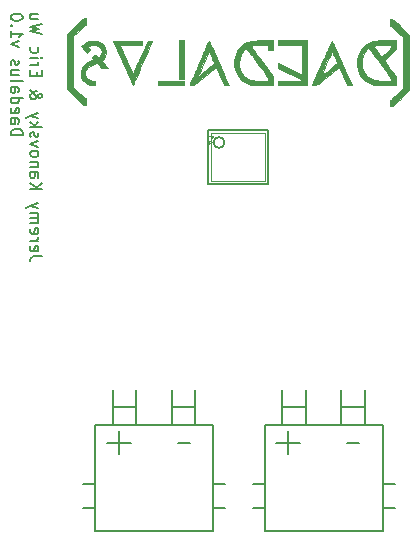
<source format=gbr>
%TF.GenerationSoftware,KiCad,Pcbnew,5.1.6-c6e7f7d~87~ubuntu19.10.1*%
%TF.CreationDate,2021-03-04T23:01:58-05:00*%
%TF.ProjectId,daedalus,64616564-616c-4757-932e-6b696361645f,v1.0*%
%TF.SameCoordinates,Original*%
%TF.FileFunction,Legend,Bot*%
%TF.FilePolarity,Positive*%
%FSLAX46Y46*%
G04 Gerber Fmt 4.6, Leading zero omitted, Abs format (unit mm)*
G04 Created by KiCad (PCBNEW 5.1.6-c6e7f7d~87~ubuntu19.10.1) date 2021-03-04 23:01:58*
%MOMM*%
%LPD*%
G01*
G04 APERTURE LIST*
%ADD10C,0.150000*%
%ADD11C,0.010000*%
%ADD12C,0.127000*%
%ADD13C,0.152400*%
%ADD14C,0.050800*%
%ADD15C,0.057912*%
G04 APERTURE END LIST*
D10*
X127322619Y-102181785D02*
X126608333Y-102181785D01*
X126465476Y-102229404D01*
X126370238Y-102324642D01*
X126322619Y-102467500D01*
X126322619Y-102562738D01*
X126370238Y-101324642D02*
X126322619Y-101419880D01*
X126322619Y-101610357D01*
X126370238Y-101705595D01*
X126465476Y-101753214D01*
X126846428Y-101753214D01*
X126941666Y-101705595D01*
X126989285Y-101610357D01*
X126989285Y-101419880D01*
X126941666Y-101324642D01*
X126846428Y-101277023D01*
X126751190Y-101277023D01*
X126655952Y-101753214D01*
X126322619Y-100848452D02*
X126989285Y-100848452D01*
X126798809Y-100848452D02*
X126894047Y-100800833D01*
X126941666Y-100753214D01*
X126989285Y-100657976D01*
X126989285Y-100562738D01*
X126370238Y-99848452D02*
X126322619Y-99943690D01*
X126322619Y-100134166D01*
X126370238Y-100229404D01*
X126465476Y-100277023D01*
X126846428Y-100277023D01*
X126941666Y-100229404D01*
X126989285Y-100134166D01*
X126989285Y-99943690D01*
X126941666Y-99848452D01*
X126846428Y-99800833D01*
X126751190Y-99800833D01*
X126655952Y-100277023D01*
X126322619Y-99372261D02*
X126989285Y-99372261D01*
X126894047Y-99372261D02*
X126941666Y-99324642D01*
X126989285Y-99229404D01*
X126989285Y-99086547D01*
X126941666Y-98991309D01*
X126846428Y-98943690D01*
X126322619Y-98943690D01*
X126846428Y-98943690D02*
X126941666Y-98896071D01*
X126989285Y-98800833D01*
X126989285Y-98657976D01*
X126941666Y-98562738D01*
X126846428Y-98515119D01*
X126322619Y-98515119D01*
X126989285Y-98134166D02*
X126322619Y-97896071D01*
X126989285Y-97657976D02*
X126322619Y-97896071D01*
X126084523Y-97991309D01*
X126036904Y-98038928D01*
X125989285Y-98134166D01*
X126322619Y-96515119D02*
X127322619Y-96515119D01*
X126322619Y-95943690D02*
X126894047Y-96372261D01*
X127322619Y-95943690D02*
X126751190Y-96515119D01*
X126322619Y-95086547D02*
X126846428Y-95086547D01*
X126941666Y-95134166D01*
X126989285Y-95229404D01*
X126989285Y-95419880D01*
X126941666Y-95515119D01*
X126370238Y-95086547D02*
X126322619Y-95181785D01*
X126322619Y-95419880D01*
X126370238Y-95515119D01*
X126465476Y-95562738D01*
X126560714Y-95562738D01*
X126655952Y-95515119D01*
X126703571Y-95419880D01*
X126703571Y-95181785D01*
X126751190Y-95086547D01*
X126989285Y-94610357D02*
X126322619Y-94610357D01*
X126894047Y-94610357D02*
X126941666Y-94562738D01*
X126989285Y-94467500D01*
X126989285Y-94324642D01*
X126941666Y-94229404D01*
X126846428Y-94181785D01*
X126322619Y-94181785D01*
X126322619Y-93562738D02*
X126370238Y-93657976D01*
X126417857Y-93705595D01*
X126513095Y-93753214D01*
X126798809Y-93753214D01*
X126894047Y-93705595D01*
X126941666Y-93657976D01*
X126989285Y-93562738D01*
X126989285Y-93419880D01*
X126941666Y-93324642D01*
X126894047Y-93277023D01*
X126798809Y-93229404D01*
X126513095Y-93229404D01*
X126417857Y-93277023D01*
X126370238Y-93324642D01*
X126322619Y-93419880D01*
X126322619Y-93562738D01*
X126989285Y-92896071D02*
X126322619Y-92657976D01*
X126989285Y-92419880D01*
X126370238Y-92086547D02*
X126322619Y-91991309D01*
X126322619Y-91800833D01*
X126370238Y-91705595D01*
X126465476Y-91657976D01*
X126513095Y-91657976D01*
X126608333Y-91705595D01*
X126655952Y-91800833D01*
X126655952Y-91943690D01*
X126703571Y-92038928D01*
X126798809Y-92086547D01*
X126846428Y-92086547D01*
X126941666Y-92038928D01*
X126989285Y-91943690D01*
X126989285Y-91800833D01*
X126941666Y-91705595D01*
X126322619Y-91229404D02*
X127322619Y-91229404D01*
X126703571Y-91134166D02*
X126322619Y-90848452D01*
X126989285Y-90848452D02*
X126608333Y-91229404D01*
X126989285Y-90515119D02*
X126322619Y-90277023D01*
X126989285Y-90038928D02*
X126322619Y-90277023D01*
X126084523Y-90372261D01*
X126036904Y-90419880D01*
X125989285Y-90515119D01*
X126322619Y-88086547D02*
X126322619Y-88134166D01*
X126370238Y-88229404D01*
X126513095Y-88372261D01*
X126798809Y-88610357D01*
X126941666Y-88705595D01*
X127084523Y-88753214D01*
X127179761Y-88753214D01*
X127275000Y-88705595D01*
X127322619Y-88610357D01*
X127322619Y-88562738D01*
X127275000Y-88467500D01*
X127179761Y-88419880D01*
X127132142Y-88419880D01*
X127036904Y-88467500D01*
X126989285Y-88515119D01*
X126798809Y-88800833D01*
X126751190Y-88848452D01*
X126655952Y-88896071D01*
X126513095Y-88896071D01*
X126417857Y-88848452D01*
X126370238Y-88800833D01*
X126322619Y-88705595D01*
X126322619Y-88562738D01*
X126370238Y-88467500D01*
X126417857Y-88419880D01*
X126608333Y-88277023D01*
X126751190Y-88229404D01*
X126846428Y-88229404D01*
X126846428Y-86896071D02*
X126846428Y-86562738D01*
X126322619Y-86419880D02*
X126322619Y-86896071D01*
X127322619Y-86896071D01*
X127322619Y-86419880D01*
X126322619Y-85991309D02*
X126989285Y-85991309D01*
X126798809Y-85991309D02*
X126894047Y-85943690D01*
X126941666Y-85896071D01*
X126989285Y-85800833D01*
X126989285Y-85705595D01*
X126322619Y-85372261D02*
X126989285Y-85372261D01*
X127322619Y-85372261D02*
X127275000Y-85419880D01*
X127227380Y-85372261D01*
X127275000Y-85324642D01*
X127322619Y-85372261D01*
X127227380Y-85372261D01*
X126370238Y-84467500D02*
X126322619Y-84562738D01*
X126322619Y-84753214D01*
X126370238Y-84848452D01*
X126417857Y-84896071D01*
X126513095Y-84943690D01*
X126798809Y-84943690D01*
X126894047Y-84896071D01*
X126941666Y-84848452D01*
X126989285Y-84753214D01*
X126989285Y-84562738D01*
X126941666Y-84467500D01*
X127322619Y-83372261D02*
X126322619Y-83134166D01*
X127036904Y-82943690D01*
X126322619Y-82753214D01*
X127322619Y-82515119D01*
X126989285Y-81705595D02*
X126322619Y-81705595D01*
X126989285Y-82134166D02*
X126465476Y-82134166D01*
X126370238Y-82086547D01*
X126322619Y-81991309D01*
X126322619Y-81848452D01*
X126370238Y-81753214D01*
X126417857Y-81705595D01*
X124672619Y-91943690D02*
X125672619Y-91943690D01*
X125672619Y-91705595D01*
X125625000Y-91562738D01*
X125529761Y-91467500D01*
X125434523Y-91419880D01*
X125244047Y-91372261D01*
X125101190Y-91372261D01*
X124910714Y-91419880D01*
X124815476Y-91467500D01*
X124720238Y-91562738D01*
X124672619Y-91705595D01*
X124672619Y-91943690D01*
X124672619Y-90515119D02*
X125196428Y-90515119D01*
X125291666Y-90562738D01*
X125339285Y-90657976D01*
X125339285Y-90848452D01*
X125291666Y-90943690D01*
X124720238Y-90515119D02*
X124672619Y-90610357D01*
X124672619Y-90848452D01*
X124720238Y-90943690D01*
X124815476Y-90991309D01*
X124910714Y-90991309D01*
X125005952Y-90943690D01*
X125053571Y-90848452D01*
X125053571Y-90610357D01*
X125101190Y-90515119D01*
X124720238Y-89657976D02*
X124672619Y-89753214D01*
X124672619Y-89943690D01*
X124720238Y-90038928D01*
X124815476Y-90086547D01*
X125196428Y-90086547D01*
X125291666Y-90038928D01*
X125339285Y-89943690D01*
X125339285Y-89753214D01*
X125291666Y-89657976D01*
X125196428Y-89610357D01*
X125101190Y-89610357D01*
X125005952Y-90086547D01*
X124672619Y-88753214D02*
X125672619Y-88753214D01*
X124720238Y-88753214D02*
X124672619Y-88848452D01*
X124672619Y-89038928D01*
X124720238Y-89134166D01*
X124767857Y-89181785D01*
X124863095Y-89229404D01*
X125148809Y-89229404D01*
X125244047Y-89181785D01*
X125291666Y-89134166D01*
X125339285Y-89038928D01*
X125339285Y-88848452D01*
X125291666Y-88753214D01*
X124672619Y-87848452D02*
X125196428Y-87848452D01*
X125291666Y-87896071D01*
X125339285Y-87991309D01*
X125339285Y-88181785D01*
X125291666Y-88277023D01*
X124720238Y-87848452D02*
X124672619Y-87943690D01*
X124672619Y-88181785D01*
X124720238Y-88277023D01*
X124815476Y-88324642D01*
X124910714Y-88324642D01*
X125005952Y-88277023D01*
X125053571Y-88181785D01*
X125053571Y-87943690D01*
X125101190Y-87848452D01*
X124672619Y-87229404D02*
X124720238Y-87324642D01*
X124815476Y-87372261D01*
X125672619Y-87372261D01*
X125339285Y-86419880D02*
X124672619Y-86419880D01*
X125339285Y-86848452D02*
X124815476Y-86848452D01*
X124720238Y-86800833D01*
X124672619Y-86705595D01*
X124672619Y-86562738D01*
X124720238Y-86467500D01*
X124767857Y-86419880D01*
X124720238Y-85991309D02*
X124672619Y-85896071D01*
X124672619Y-85705595D01*
X124720238Y-85610357D01*
X124815476Y-85562738D01*
X124863095Y-85562738D01*
X124958333Y-85610357D01*
X125005952Y-85705595D01*
X125005952Y-85848452D01*
X125053571Y-85943690D01*
X125148809Y-85991309D01*
X125196428Y-85991309D01*
X125291666Y-85943690D01*
X125339285Y-85848452D01*
X125339285Y-85705595D01*
X125291666Y-85610357D01*
X125339285Y-84467500D02*
X124672619Y-84229404D01*
X125339285Y-83991309D01*
X124672619Y-83086547D02*
X124672619Y-83657976D01*
X124672619Y-83372261D02*
X125672619Y-83372261D01*
X125529761Y-83467500D01*
X125434523Y-83562738D01*
X125386904Y-83657976D01*
X124767857Y-82657976D02*
X124720238Y-82610357D01*
X124672619Y-82657976D01*
X124720238Y-82705595D01*
X124767857Y-82657976D01*
X124672619Y-82657976D01*
X125672619Y-81991309D02*
X125672619Y-81896071D01*
X125625000Y-81800833D01*
X125577380Y-81753214D01*
X125482142Y-81705595D01*
X125291666Y-81657976D01*
X125053571Y-81657976D01*
X124863095Y-81705595D01*
X124767857Y-81753214D01*
X124720238Y-81800833D01*
X124672619Y-81896071D01*
X124672619Y-81991309D01*
X124720238Y-82086547D01*
X124767857Y-82134166D01*
X124863095Y-82181785D01*
X125053571Y-82229404D01*
X125291666Y-82229404D01*
X125482142Y-82181785D01*
X125577380Y-82134166D01*
X125625000Y-82086547D01*
X125672619Y-81991309D01*
D11*
%TO.C,G\u002A\u002A\u002A*%
G36*
X138914667Y-87147000D02*
G01*
X139295667Y-87147000D01*
X139295667Y-83887333D01*
X138914667Y-83887333D01*
X138914667Y-87147000D01*
G37*
X138914667Y-87147000D02*
X139295667Y-87147000D01*
X139295667Y-83887333D01*
X138914667Y-83887333D01*
X138914667Y-87147000D01*
G36*
X131295697Y-83966503D02*
G01*
X131010269Y-84075391D01*
X130765664Y-84257586D01*
X130755364Y-84267739D01*
X130618227Y-84404506D01*
X131092477Y-84944684D01*
X131213459Y-84858537D01*
X131318994Y-84774826D01*
X131356353Y-84707011D01*
X131330471Y-84628298D01*
X131271330Y-84544418D01*
X131158638Y-84396670D01*
X131264466Y-84356435D01*
X131535013Y-84290347D01*
X131791362Y-84298868D01*
X132021208Y-84380168D01*
X132172643Y-84491459D01*
X132301542Y-84664618D01*
X132349274Y-84853456D01*
X132315506Y-85048464D01*
X132199904Y-85240136D01*
X132198925Y-85241302D01*
X132087157Y-85374130D01*
X131953480Y-85244565D01*
X131862657Y-85165299D01*
X131792675Y-85119499D01*
X131776822Y-85115000D01*
X131722237Y-85143148D01*
X131640705Y-85212956D01*
X131619212Y-85234647D01*
X131504583Y-85354293D01*
X131591678Y-85433113D01*
X131630666Y-85472218D01*
X131638109Y-85504177D01*
X131602992Y-85539658D01*
X131514301Y-85589329D01*
X131361020Y-85663859D01*
X131346048Y-85671019D01*
X131035022Y-85851978D01*
X130803996Y-86058938D01*
X130653256Y-86291393D01*
X130583088Y-86548835D01*
X130593779Y-86830758D01*
X130621414Y-86952634D01*
X130736699Y-87222932D01*
X130913239Y-87437488D01*
X131143746Y-87590262D01*
X131420932Y-87675213D01*
X131506317Y-87686059D01*
X131760334Y-87709092D01*
X131760334Y-87316333D01*
X131601584Y-87316267D01*
X131373585Y-87278180D01*
X131185634Y-87171106D01*
X131049181Y-87005523D01*
X130975681Y-86791909D01*
X130968912Y-86737403D01*
X130974274Y-86537867D01*
X131032820Y-86369585D01*
X131151909Y-86224332D01*
X131338897Y-86093882D01*
X131601142Y-85970011D01*
X131684866Y-85936985D01*
X131986849Y-85821591D01*
X132153163Y-86018629D01*
X132319478Y-86215667D01*
X132879275Y-86215667D01*
X132666607Y-85993417D01*
X132520824Y-85839700D01*
X132427358Y-85734277D01*
X132379538Y-85664702D01*
X132370692Y-85618533D01*
X132394150Y-85583324D01*
X132431493Y-85554826D01*
X132562341Y-85415597D01*
X132653832Y-85221967D01*
X132702219Y-84996348D01*
X132703756Y-84761155D01*
X132654696Y-84538799D01*
X132616062Y-84450702D01*
X132453698Y-84227322D01*
X132234202Y-84064870D01*
X131961081Y-83965187D01*
X131637842Y-83930113D01*
X131624110Y-83930080D01*
X131295697Y-83966503D01*
G37*
X131295697Y-83966503D02*
X131010269Y-84075391D01*
X130765664Y-84257586D01*
X130755364Y-84267739D01*
X130618227Y-84404506D01*
X131092477Y-84944684D01*
X131213459Y-84858537D01*
X131318994Y-84774826D01*
X131356353Y-84707011D01*
X131330471Y-84628298D01*
X131271330Y-84544418D01*
X131158638Y-84396670D01*
X131264466Y-84356435D01*
X131535013Y-84290347D01*
X131791362Y-84298868D01*
X132021208Y-84380168D01*
X132172643Y-84491459D01*
X132301542Y-84664618D01*
X132349274Y-84853456D01*
X132315506Y-85048464D01*
X132199904Y-85240136D01*
X132198925Y-85241302D01*
X132087157Y-85374130D01*
X131953480Y-85244565D01*
X131862657Y-85165299D01*
X131792675Y-85119499D01*
X131776822Y-85115000D01*
X131722237Y-85143148D01*
X131640705Y-85212956D01*
X131619212Y-85234647D01*
X131504583Y-85354293D01*
X131591678Y-85433113D01*
X131630666Y-85472218D01*
X131638109Y-85504177D01*
X131602992Y-85539658D01*
X131514301Y-85589329D01*
X131361020Y-85663859D01*
X131346048Y-85671019D01*
X131035022Y-85851978D01*
X130803996Y-86058938D01*
X130653256Y-86291393D01*
X130583088Y-86548835D01*
X130593779Y-86830758D01*
X130621414Y-86952634D01*
X130736699Y-87222932D01*
X130913239Y-87437488D01*
X131143746Y-87590262D01*
X131420932Y-87675213D01*
X131506317Y-87686059D01*
X131760334Y-87709092D01*
X131760334Y-87316333D01*
X131601584Y-87316267D01*
X131373585Y-87278180D01*
X131185634Y-87171106D01*
X131049181Y-87005523D01*
X130975681Y-86791909D01*
X130968912Y-86737403D01*
X130974274Y-86537867D01*
X131032820Y-86369585D01*
X131151909Y-86224332D01*
X131338897Y-86093882D01*
X131601142Y-85970011D01*
X131684866Y-85936985D01*
X131986849Y-85821591D01*
X132153163Y-86018629D01*
X132319478Y-86215667D01*
X132879275Y-86215667D01*
X132666607Y-85993417D01*
X132520824Y-85839700D01*
X132427358Y-85734277D01*
X132379538Y-85664702D01*
X132370692Y-85618533D01*
X132394150Y-85583324D01*
X132431493Y-85554826D01*
X132562341Y-85415597D01*
X132653832Y-85221967D01*
X132702219Y-84996348D01*
X132703756Y-84761155D01*
X132654696Y-84538799D01*
X132616062Y-84450702D01*
X132453698Y-84227322D01*
X132234202Y-84064870D01*
X131961081Y-83965187D01*
X131637842Y-83930113D01*
X131624110Y-83930080D01*
X131295697Y-83966503D01*
G36*
X135760782Y-85062083D02*
G01*
X135626281Y-85367433D01*
X135496355Y-85662268D01*
X135376793Y-85933459D01*
X135273385Y-86167878D01*
X135191920Y-86352396D01*
X135138190Y-86473886D01*
X135134511Y-86482184D01*
X135069691Y-86615356D01*
X135014179Y-86706145D01*
X134978334Y-86738095D01*
X134974629Y-86736184D01*
X134950270Y-86690343D01*
X134896618Y-86576494D01*
X134818036Y-86404320D01*
X134718888Y-86183503D01*
X134603537Y-85923724D01*
X134476347Y-85634666D01*
X134415706Y-85496000D01*
X133889089Y-84289500D01*
X134811360Y-84278115D01*
X135733630Y-84266729D01*
X135783201Y-84116528D01*
X135810791Y-84014539D01*
X135816244Y-83952536D01*
X135813792Y-83947347D01*
X135768237Y-83942877D01*
X135648770Y-83939544D01*
X135466138Y-83937416D01*
X135231088Y-83936558D01*
X134954369Y-83937038D01*
X134646727Y-83938923D01*
X134568523Y-83939600D01*
X133342234Y-83950833D01*
X134157392Y-85807414D01*
X134320840Y-86179258D01*
X134474016Y-86526923D01*
X134613551Y-86842819D01*
X134736074Y-87119354D01*
X134838216Y-87348939D01*
X134916608Y-87523982D01*
X134967879Y-87636893D01*
X134988660Y-87680082D01*
X134988784Y-87680227D01*
X135008425Y-87645969D01*
X135058462Y-87541485D01*
X135135549Y-87374206D01*
X135236346Y-87151562D01*
X135357509Y-86880982D01*
X135495696Y-86569897D01*
X135647562Y-86225735D01*
X135809767Y-85855927D01*
X135816842Y-85839749D01*
X135979368Y-85467497D01*
X136131042Y-85119057D01*
X136268567Y-84802072D01*
X136388650Y-84524188D01*
X136487995Y-84293048D01*
X136563307Y-84116296D01*
X136611292Y-84001578D01*
X136628654Y-83956536D01*
X136628667Y-83956352D01*
X136590876Y-83940221D01*
X136495582Y-83930730D01*
X136444072Y-83929667D01*
X136259477Y-83929667D01*
X135760782Y-85062083D01*
G37*
X135760782Y-85062083D02*
X135626281Y-85367433D01*
X135496355Y-85662268D01*
X135376793Y-85933459D01*
X135273385Y-86167878D01*
X135191920Y-86352396D01*
X135138190Y-86473886D01*
X135134511Y-86482184D01*
X135069691Y-86615356D01*
X135014179Y-86706145D01*
X134978334Y-86738095D01*
X134974629Y-86736184D01*
X134950270Y-86690343D01*
X134896618Y-86576494D01*
X134818036Y-86404320D01*
X134718888Y-86183503D01*
X134603537Y-85923724D01*
X134476347Y-85634666D01*
X134415706Y-85496000D01*
X133889089Y-84289500D01*
X134811360Y-84278115D01*
X135733630Y-84266729D01*
X135783201Y-84116528D01*
X135810791Y-84014539D01*
X135816244Y-83952536D01*
X135813792Y-83947347D01*
X135768237Y-83942877D01*
X135648770Y-83939544D01*
X135466138Y-83937416D01*
X135231088Y-83936558D01*
X134954369Y-83937038D01*
X134646727Y-83938923D01*
X134568523Y-83939600D01*
X133342234Y-83950833D01*
X134157392Y-85807414D01*
X134320840Y-86179258D01*
X134474016Y-86526923D01*
X134613551Y-86842819D01*
X134736074Y-87119354D01*
X134838216Y-87348939D01*
X134916608Y-87523982D01*
X134967879Y-87636893D01*
X134988660Y-87680082D01*
X134988784Y-87680227D01*
X135008425Y-87645969D01*
X135058462Y-87541485D01*
X135135549Y-87374206D01*
X135236346Y-87151562D01*
X135357509Y-86880982D01*
X135495696Y-86569897D01*
X135647562Y-86225735D01*
X135809767Y-85855927D01*
X135816842Y-85839749D01*
X135979368Y-85467497D01*
X136131042Y-85119057D01*
X136268567Y-84802072D01*
X136388650Y-84524188D01*
X136487995Y-84293048D01*
X136563307Y-84116296D01*
X136611292Y-84001578D01*
X136628654Y-83956536D01*
X136628667Y-83956352D01*
X136590876Y-83940221D01*
X136495582Y-83930730D01*
X136444072Y-83929667D01*
X136259477Y-83929667D01*
X135760782Y-85062083D01*
G36*
X137136667Y-87697333D02*
G01*
X139295667Y-87697333D01*
X139295667Y-87316333D01*
X137136667Y-87316333D01*
X137136667Y-87697333D01*
G37*
X137136667Y-87697333D02*
X139295667Y-87697333D01*
X139295667Y-87316333D01*
X137136667Y-87316333D01*
X137136667Y-87697333D01*
G36*
X141435409Y-83968206D02*
G01*
X141386293Y-84073799D01*
X141311354Y-84238700D01*
X141214631Y-84453772D01*
X141100158Y-84709875D01*
X140971972Y-84997872D01*
X140834109Y-85308622D01*
X140690607Y-85632988D01*
X140545500Y-85961831D01*
X140402826Y-86286012D01*
X140266621Y-86596393D01*
X140140921Y-86883834D01*
X140029762Y-87139198D01*
X139937181Y-87353345D01*
X139867215Y-87517138D01*
X139823898Y-87621436D01*
X139817240Y-87638358D01*
X139823311Y-87676256D01*
X139889191Y-87693551D01*
X139979055Y-87696083D01*
X140036530Y-87693165D01*
X140093429Y-87681365D01*
X140158457Y-87654883D01*
X140240322Y-87607921D01*
X140347728Y-87534678D01*
X140489382Y-87429355D01*
X140673990Y-87286151D01*
X140910257Y-87099268D01*
X141091108Y-86955250D01*
X141332625Y-86763453D01*
X141552696Y-86590148D01*
X141742646Y-86442053D01*
X141893797Y-86325881D01*
X141997474Y-86248348D01*
X142044999Y-86216170D01*
X142046665Y-86215667D01*
X142071530Y-86252581D01*
X142123994Y-86355307D01*
X142198345Y-86511813D01*
X142288875Y-86710071D01*
X142389873Y-86938052D01*
X142393307Y-86945917D01*
X142712000Y-87676167D01*
X142913194Y-87689247D01*
X143031446Y-87689563D01*
X143094555Y-87674273D01*
X143099444Y-87661684D01*
X143069575Y-87587869D01*
X143011246Y-87450287D01*
X142928482Y-87258065D01*
X142825307Y-87020331D01*
X142705746Y-86746213D01*
X142573822Y-86444839D01*
X142433560Y-86125336D01*
X142298604Y-85818690D01*
X141871159Y-85818690D01*
X141871155Y-85829947D01*
X141836053Y-85866152D01*
X141747738Y-85943840D01*
X141618169Y-86053334D01*
X141459309Y-86184954D01*
X141283118Y-86329021D01*
X141101557Y-86475855D01*
X140926587Y-86615778D01*
X140770170Y-86739110D01*
X140644266Y-86836172D01*
X140560837Y-86897284D01*
X140532017Y-86913613D01*
X140545125Y-86873821D01*
X140588449Y-86766942D01*
X140657633Y-86603177D01*
X140748322Y-86392726D01*
X140856158Y-86145789D01*
X140972531Y-85882155D01*
X141094344Y-85609851D01*
X141205865Y-85364903D01*
X141302330Y-85157430D01*
X141378973Y-84997552D01*
X141431027Y-84895388D01*
X141453458Y-84861000D01*
X141481308Y-84897389D01*
X141531952Y-84994314D01*
X141597474Y-85133411D01*
X141669956Y-85296313D01*
X141741482Y-85464657D01*
X141804136Y-85620078D01*
X141850000Y-85744210D01*
X141871159Y-85818690D01*
X142298604Y-85818690D01*
X142288985Y-85796834D01*
X142144121Y-85468459D01*
X142002992Y-85149339D01*
X141869623Y-84848604D01*
X141748037Y-84575379D01*
X141642260Y-84338794D01*
X141556316Y-84147976D01*
X141494229Y-84012053D01*
X141460023Y-83940154D01*
X141454667Y-83931060D01*
X141435409Y-83968206D01*
G37*
X141435409Y-83968206D02*
X141386293Y-84073799D01*
X141311354Y-84238700D01*
X141214631Y-84453772D01*
X141100158Y-84709875D01*
X140971972Y-84997872D01*
X140834109Y-85308622D01*
X140690607Y-85632988D01*
X140545500Y-85961831D01*
X140402826Y-86286012D01*
X140266621Y-86596393D01*
X140140921Y-86883834D01*
X140029762Y-87139198D01*
X139937181Y-87353345D01*
X139867215Y-87517138D01*
X139823898Y-87621436D01*
X139817240Y-87638358D01*
X139823311Y-87676256D01*
X139889191Y-87693551D01*
X139979055Y-87696083D01*
X140036530Y-87693165D01*
X140093429Y-87681365D01*
X140158457Y-87654883D01*
X140240322Y-87607921D01*
X140347728Y-87534678D01*
X140489382Y-87429355D01*
X140673990Y-87286151D01*
X140910257Y-87099268D01*
X141091108Y-86955250D01*
X141332625Y-86763453D01*
X141552696Y-86590148D01*
X141742646Y-86442053D01*
X141893797Y-86325881D01*
X141997474Y-86248348D01*
X142044999Y-86216170D01*
X142046665Y-86215667D01*
X142071530Y-86252581D01*
X142123994Y-86355307D01*
X142198345Y-86511813D01*
X142288875Y-86710071D01*
X142389873Y-86938052D01*
X142393307Y-86945917D01*
X142712000Y-87676167D01*
X142913194Y-87689247D01*
X143031446Y-87689563D01*
X143094555Y-87674273D01*
X143099444Y-87661684D01*
X143069575Y-87587869D01*
X143011246Y-87450287D01*
X142928482Y-87258065D01*
X142825307Y-87020331D01*
X142705746Y-86746213D01*
X142573822Y-86444839D01*
X142433560Y-86125336D01*
X142298604Y-85818690D01*
X141871159Y-85818690D01*
X141871155Y-85829947D01*
X141836053Y-85866152D01*
X141747738Y-85943840D01*
X141618169Y-86053334D01*
X141459309Y-86184954D01*
X141283118Y-86329021D01*
X141101557Y-86475855D01*
X140926587Y-86615778D01*
X140770170Y-86739110D01*
X140644266Y-86836172D01*
X140560837Y-86897284D01*
X140532017Y-86913613D01*
X140545125Y-86873821D01*
X140588449Y-86766942D01*
X140657633Y-86603177D01*
X140748322Y-86392726D01*
X140856158Y-86145789D01*
X140972531Y-85882155D01*
X141094344Y-85609851D01*
X141205865Y-85364903D01*
X141302330Y-85157430D01*
X141378973Y-84997552D01*
X141431027Y-84895388D01*
X141453458Y-84861000D01*
X141481308Y-84897389D01*
X141531952Y-84994314D01*
X141597474Y-85133411D01*
X141669956Y-85296313D01*
X141741482Y-85464657D01*
X141804136Y-85620078D01*
X141850000Y-85744210D01*
X141871159Y-85818690D01*
X142298604Y-85818690D01*
X142288985Y-85796834D01*
X142144121Y-85468459D01*
X142002992Y-85149339D01*
X141869623Y-84848604D01*
X141748037Y-84575379D01*
X141642260Y-84338794D01*
X141556316Y-84147976D01*
X141494229Y-84012053D01*
X141460023Y-83940154D01*
X141454667Y-83931060D01*
X141435409Y-83968206D01*
G36*
X145716676Y-83896848D02*
G01*
X145309271Y-83925475D01*
X144982138Y-83973343D01*
X144734160Y-84040578D01*
X144686897Y-84059354D01*
X144352962Y-84246722D01*
X144072958Y-84496527D01*
X143851290Y-84802539D01*
X143692365Y-85158524D01*
X143600589Y-85558251D01*
X143594833Y-85604186D01*
X143590823Y-85965188D01*
X143656383Y-86324261D01*
X143784233Y-86666420D01*
X143967095Y-86976683D01*
X144197691Y-87240065D01*
X144468744Y-87441582D01*
X144494234Y-87455824D01*
X144654180Y-87535231D01*
X144814489Y-87595750D01*
X144989919Y-87639727D01*
X145195228Y-87669505D01*
X145445172Y-87687430D01*
X145754512Y-87695845D01*
X146014395Y-87697333D01*
X146831000Y-87697333D01*
X146830174Y-87185837D01*
X146450000Y-87185837D01*
X146450000Y-87316333D01*
X145840626Y-87316333D01*
X145569830Y-87313807D01*
X145363029Y-87304911D01*
X145199664Y-87287668D01*
X145059179Y-87260100D01*
X144955719Y-87231230D01*
X144657438Y-87097792D01*
X144407842Y-86903031D01*
X144211022Y-86657595D01*
X144071070Y-86372133D01*
X143992075Y-86057292D01*
X143978130Y-85723720D01*
X144033325Y-85382065D01*
X144135825Y-85097248D01*
X144209035Y-84965356D01*
X144305878Y-84827176D01*
X144410275Y-84701768D01*
X144506147Y-84608190D01*
X144577417Y-84565503D01*
X144585111Y-84564667D01*
X144617819Y-84597639D01*
X144694515Y-84691488D01*
X144809393Y-84838613D01*
X144956648Y-85031415D01*
X145130476Y-85262291D01*
X145325072Y-85523641D01*
X145534630Y-85807865D01*
X145536199Y-85810004D01*
X145786202Y-86152121D01*
X145989052Y-86433196D01*
X146148926Y-86659520D01*
X146270003Y-86837384D01*
X146356460Y-86973076D01*
X146412475Y-87072888D01*
X146442226Y-87143109D01*
X146450000Y-87185837D01*
X146830174Y-87185837D01*
X146829734Y-86914167D01*
X145898617Y-85645255D01*
X145658308Y-85317359D01*
X145464113Y-85050923D01*
X145311805Y-84839335D01*
X145197155Y-84675981D01*
X145115935Y-84554247D01*
X145063917Y-84467521D01*
X145036873Y-84409188D01*
X145030575Y-84372637D01*
X145040795Y-84351252D01*
X145063167Y-84338476D01*
X145137943Y-84323801D01*
X145279851Y-84308722D01*
X145471373Y-84294647D01*
X145694994Y-84282988D01*
X145804417Y-84278803D01*
X146450000Y-84256999D01*
X146450000Y-84734000D01*
X146831000Y-84734000D01*
X146831000Y-83887333D01*
X146205473Y-83887333D01*
X145716676Y-83896848D01*
G37*
X145716676Y-83896848D02*
X145309271Y-83925475D01*
X144982138Y-83973343D01*
X144734160Y-84040578D01*
X144686897Y-84059354D01*
X144352962Y-84246722D01*
X144072958Y-84496527D01*
X143851290Y-84802539D01*
X143692365Y-85158524D01*
X143600589Y-85558251D01*
X143594833Y-85604186D01*
X143590823Y-85965188D01*
X143656383Y-86324261D01*
X143784233Y-86666420D01*
X143967095Y-86976683D01*
X144197691Y-87240065D01*
X144468744Y-87441582D01*
X144494234Y-87455824D01*
X144654180Y-87535231D01*
X144814489Y-87595750D01*
X144989919Y-87639727D01*
X145195228Y-87669505D01*
X145445172Y-87687430D01*
X145754512Y-87695845D01*
X146014395Y-87697333D01*
X146831000Y-87697333D01*
X146830174Y-87185837D01*
X146450000Y-87185837D01*
X146450000Y-87316333D01*
X145840626Y-87316333D01*
X145569830Y-87313807D01*
X145363029Y-87304911D01*
X145199664Y-87287668D01*
X145059179Y-87260100D01*
X144955719Y-87231230D01*
X144657438Y-87097792D01*
X144407842Y-86903031D01*
X144211022Y-86657595D01*
X144071070Y-86372133D01*
X143992075Y-86057292D01*
X143978130Y-85723720D01*
X144033325Y-85382065D01*
X144135825Y-85097248D01*
X144209035Y-84965356D01*
X144305878Y-84827176D01*
X144410275Y-84701768D01*
X144506147Y-84608190D01*
X144577417Y-84565503D01*
X144585111Y-84564667D01*
X144617819Y-84597639D01*
X144694515Y-84691488D01*
X144809393Y-84838613D01*
X144956648Y-85031415D01*
X145130476Y-85262291D01*
X145325072Y-85523641D01*
X145534630Y-85807865D01*
X145536199Y-85810004D01*
X145786202Y-86152121D01*
X145989052Y-86433196D01*
X146148926Y-86659520D01*
X146270003Y-86837384D01*
X146356460Y-86973076D01*
X146412475Y-87072888D01*
X146442226Y-87143109D01*
X146450000Y-87185837D01*
X146830174Y-87185837D01*
X146829734Y-86914167D01*
X145898617Y-85645255D01*
X145658308Y-85317359D01*
X145464113Y-85050923D01*
X145311805Y-84839335D01*
X145197155Y-84675981D01*
X145115935Y-84554247D01*
X145063917Y-84467521D01*
X145036873Y-84409188D01*
X145030575Y-84372637D01*
X145040795Y-84351252D01*
X145063167Y-84338476D01*
X145137943Y-84323801D01*
X145279851Y-84308722D01*
X145471373Y-84294647D01*
X145694994Y-84282988D01*
X145804417Y-84278803D01*
X146450000Y-84256999D01*
X146450000Y-84734000D01*
X146831000Y-84734000D01*
X146831000Y-83887333D01*
X146205473Y-83887333D01*
X145716676Y-83896848D01*
G36*
X147296667Y-84268333D02*
G01*
X149328667Y-84268333D01*
X149328667Y-85538333D01*
X149327929Y-85856476D01*
X149325840Y-86145457D01*
X149322588Y-86394928D01*
X149318361Y-86594541D01*
X149313348Y-86733951D01*
X149307736Y-86802808D01*
X149305582Y-86808333D01*
X149263027Y-86790076D01*
X149155227Y-86738683D01*
X148992493Y-86659219D01*
X148785137Y-86556748D01*
X148543472Y-86436338D01*
X148314474Y-86321500D01*
X148051323Y-86189626D01*
X147813439Y-86071313D01*
X147611160Y-85971627D01*
X147454821Y-85895638D01*
X147354758Y-85848412D01*
X147321560Y-85834667D01*
X147306704Y-85872530D01*
X147297801Y-85968312D01*
X147296667Y-86024997D01*
X147296667Y-86215328D01*
X148312667Y-86723667D01*
X148581610Y-86859736D01*
X148823826Y-86985180D01*
X149029478Y-87094666D01*
X149188728Y-87182865D01*
X149291736Y-87244444D01*
X149328665Y-87274075D01*
X149328667Y-87274169D01*
X149287046Y-87288546D01*
X149164952Y-87300121D01*
X148966535Y-87308721D01*
X148695949Y-87314174D01*
X148357345Y-87316308D01*
X148312667Y-87316333D01*
X147296667Y-87316333D01*
X147296667Y-87697333D01*
X149709667Y-87697333D01*
X149709667Y-83887333D01*
X147296667Y-83887333D01*
X147296667Y-84268333D01*
G37*
X147296667Y-84268333D02*
X149328667Y-84268333D01*
X149328667Y-85538333D01*
X149327929Y-85856476D01*
X149325840Y-86145457D01*
X149322588Y-86394928D01*
X149318361Y-86594541D01*
X149313348Y-86733951D01*
X149307736Y-86802808D01*
X149305582Y-86808333D01*
X149263027Y-86790076D01*
X149155227Y-86738683D01*
X148992493Y-86659219D01*
X148785137Y-86556748D01*
X148543472Y-86436338D01*
X148314474Y-86321500D01*
X148051323Y-86189626D01*
X147813439Y-86071313D01*
X147611160Y-85971627D01*
X147454821Y-85895638D01*
X147354758Y-85848412D01*
X147321560Y-85834667D01*
X147306704Y-85872530D01*
X147297801Y-85968312D01*
X147296667Y-86024997D01*
X147296667Y-86215328D01*
X148312667Y-86723667D01*
X148581610Y-86859736D01*
X148823826Y-86985180D01*
X149029478Y-87094666D01*
X149188728Y-87182865D01*
X149291736Y-87244444D01*
X149328665Y-87274075D01*
X149328667Y-87274169D01*
X149287046Y-87288546D01*
X149164952Y-87300121D01*
X148966535Y-87308721D01*
X148695949Y-87314174D01*
X148357345Y-87316308D01*
X148312667Y-87316333D01*
X147296667Y-87316333D01*
X147296667Y-87697333D01*
X149709667Y-87697333D01*
X149709667Y-83887333D01*
X147296667Y-83887333D01*
X147296667Y-84268333D01*
G36*
X151844288Y-83972187D02*
G01*
X151821219Y-84008633D01*
X151787546Y-84071923D01*
X151740873Y-84167305D01*
X151678801Y-84300023D01*
X151598932Y-84475324D01*
X151498867Y-84698454D01*
X151376210Y-84974658D01*
X151228560Y-85309183D01*
X151053521Y-85707274D01*
X150848695Y-86174178D01*
X150691388Y-86533167D01*
X150190688Y-87676167D01*
X150371898Y-87689003D01*
X150426285Y-87691222D01*
X150477900Y-87685828D01*
X150535233Y-87667199D01*
X150606774Y-87629712D01*
X150701015Y-87567746D01*
X150826446Y-87475678D01*
X150991556Y-87347887D01*
X151204838Y-87178749D01*
X151474781Y-86962643D01*
X151502916Y-86940079D01*
X152452724Y-86178318D01*
X152785112Y-86937613D01*
X153117500Y-87696909D01*
X153514190Y-87697333D01*
X153185559Y-86945917D01*
X153075039Y-86693026D01*
X152939907Y-86383520D01*
X152789331Y-86038417D01*
X152697311Y-85827400D01*
X152256588Y-85827400D01*
X152238795Y-85863653D01*
X152237570Y-85864906D01*
X152176242Y-85920176D01*
X152066950Y-86012901D01*
X151922224Y-86132964D01*
X151754594Y-86270248D01*
X151576589Y-86414637D01*
X151400737Y-86556013D01*
X151239569Y-86684261D01*
X151105613Y-86789263D01*
X151011400Y-86860903D01*
X150969457Y-86889064D01*
X150969084Y-86889138D01*
X150937356Y-86873398D01*
X150937334Y-86872638D01*
X150953691Y-86830490D01*
X150999051Y-86723658D01*
X151067841Y-86564746D01*
X151154492Y-86366355D01*
X151253434Y-86141089D01*
X151359095Y-85901551D01*
X151465905Y-85660343D01*
X151568294Y-85430068D01*
X151660691Y-85223329D01*
X151737525Y-85052730D01*
X151793227Y-84930872D01*
X151822226Y-84870359D01*
X151822866Y-84869185D01*
X151851833Y-84881439D01*
X151907201Y-84966809D01*
X151985500Y-85119185D01*
X152073837Y-85311112D01*
X152165311Y-85521912D01*
X152223695Y-85669548D01*
X152252837Y-85767038D01*
X152256588Y-85827400D01*
X152697311Y-85827400D01*
X152632481Y-85678737D01*
X152478527Y-85325501D01*
X152377614Y-85093833D01*
X152252756Y-84808301D01*
X152137903Y-84547904D01*
X152037626Y-84322826D01*
X151956496Y-84143252D01*
X151899084Y-84019367D01*
X151869961Y-83961356D01*
X151868212Y-83958845D01*
X151859153Y-83957339D01*
X151844288Y-83972187D01*
G37*
X151844288Y-83972187D02*
X151821219Y-84008633D01*
X151787546Y-84071923D01*
X151740873Y-84167305D01*
X151678801Y-84300023D01*
X151598932Y-84475324D01*
X151498867Y-84698454D01*
X151376210Y-84974658D01*
X151228560Y-85309183D01*
X151053521Y-85707274D01*
X150848695Y-86174178D01*
X150691388Y-86533167D01*
X150190688Y-87676167D01*
X150371898Y-87689003D01*
X150426285Y-87691222D01*
X150477900Y-87685828D01*
X150535233Y-87667199D01*
X150606774Y-87629712D01*
X150701015Y-87567746D01*
X150826446Y-87475678D01*
X150991556Y-87347887D01*
X151204838Y-87178749D01*
X151474781Y-86962643D01*
X151502916Y-86940079D01*
X152452724Y-86178318D01*
X152785112Y-86937613D01*
X153117500Y-87696909D01*
X153514190Y-87697333D01*
X153185559Y-86945917D01*
X153075039Y-86693026D01*
X152939907Y-86383520D01*
X152789331Y-86038417D01*
X152697311Y-85827400D01*
X152256588Y-85827400D01*
X152238795Y-85863653D01*
X152237570Y-85864906D01*
X152176242Y-85920176D01*
X152066950Y-86012901D01*
X151922224Y-86132964D01*
X151754594Y-86270248D01*
X151576589Y-86414637D01*
X151400737Y-86556013D01*
X151239569Y-86684261D01*
X151105613Y-86789263D01*
X151011400Y-86860903D01*
X150969457Y-86889064D01*
X150969084Y-86889138D01*
X150937356Y-86873398D01*
X150937334Y-86872638D01*
X150953691Y-86830490D01*
X150999051Y-86723658D01*
X151067841Y-86564746D01*
X151154492Y-86366355D01*
X151253434Y-86141089D01*
X151359095Y-85901551D01*
X151465905Y-85660343D01*
X151568294Y-85430068D01*
X151660691Y-85223329D01*
X151737525Y-85052730D01*
X151793227Y-84930872D01*
X151822226Y-84870359D01*
X151822866Y-84869185D01*
X151851833Y-84881439D01*
X151907201Y-84966809D01*
X151985500Y-85119185D01*
X152073837Y-85311112D01*
X152165311Y-85521912D01*
X152223695Y-85669548D01*
X152252837Y-85767038D01*
X152256588Y-85827400D01*
X152697311Y-85827400D01*
X152632481Y-85678737D01*
X152478527Y-85325501D01*
X152377614Y-85093833D01*
X152252756Y-84808301D01*
X152137903Y-84547904D01*
X152037626Y-84322826D01*
X151956496Y-84143252D01*
X151899084Y-84019367D01*
X151869961Y-83961356D01*
X151868212Y-83958845D01*
X151859153Y-83957339D01*
X151844288Y-83972187D01*
G36*
X156578250Y-83888640D02*
G01*
X156180229Y-83893960D01*
X155853303Y-83909362D01*
X155584313Y-83936589D01*
X155360100Y-83977382D01*
X155167503Y-84033483D01*
X155017217Y-84095258D01*
X154693718Y-84289475D01*
X154430734Y-84542350D01*
X154227483Y-84851499D01*
X154076173Y-85222078D01*
X153999244Y-85598416D01*
X153992802Y-85971110D01*
X154052954Y-86330757D01*
X154175806Y-86667954D01*
X154357466Y-86973299D01*
X154594041Y-87237387D01*
X154881637Y-87450818D01*
X155216361Y-87604187D01*
X155387188Y-87652464D01*
X155487557Y-87665919D01*
X155655776Y-87677750D01*
X155875032Y-87687235D01*
X156128513Y-87693653D01*
X156399406Y-87696284D01*
X156408917Y-87696298D01*
X157245000Y-87697333D01*
X157245000Y-87198198D01*
X156864000Y-87198198D01*
X156864000Y-87316333D01*
X156236684Y-87316333D01*
X155903551Y-87311293D01*
X155647489Y-87295822D01*
X155461486Y-87269398D01*
X155398685Y-87253767D01*
X155096527Y-87123340D01*
X154842748Y-86932909D01*
X154640189Y-86693845D01*
X154491691Y-86417520D01*
X154400095Y-86115307D01*
X154368240Y-85798577D01*
X154398967Y-85478703D01*
X154495117Y-85167055D01*
X154659530Y-84875007D01*
X154770224Y-84737667D01*
X154866527Y-84642856D01*
X154947191Y-84583962D01*
X154983225Y-84573414D01*
X155019664Y-84609334D01*
X155099869Y-84706100D01*
X155217919Y-84856002D01*
X155367896Y-85051332D01*
X155543879Y-85284378D01*
X155739949Y-85547432D01*
X155950187Y-85832785D01*
X155950307Y-85832948D01*
X156210045Y-86189390D01*
X156421263Y-86483729D01*
X156587228Y-86720848D01*
X156711206Y-86905626D01*
X156796464Y-87042943D01*
X156846267Y-87137681D01*
X156863882Y-87194721D01*
X156864000Y-87198198D01*
X157245000Y-87198198D01*
X157245000Y-86936642D01*
X156779334Y-86305975D01*
X156631962Y-86104450D01*
X156503786Y-85925481D01*
X156402731Y-85780437D01*
X156336721Y-85680686D01*
X156313667Y-85637848D01*
X156342197Y-85596528D01*
X156420904Y-85507098D01*
X156539466Y-85380678D01*
X156687562Y-85228389D01*
X156779334Y-85136167D01*
X157245000Y-84671944D01*
X157245000Y-84390787D01*
X156857153Y-84390787D01*
X156850688Y-84446884D01*
X156811435Y-84520168D01*
X156731255Y-84621284D01*
X156602013Y-84760880D01*
X156476989Y-84888203D01*
X156328879Y-85035007D01*
X156201945Y-85157202D01*
X156108073Y-85243612D01*
X156059147Y-85283061D01*
X156055732Y-85284333D01*
X156022133Y-85252110D01*
X155949160Y-85163939D01*
X155846932Y-85032569D01*
X155725566Y-84870747D01*
X155701024Y-84837400D01*
X155580832Y-84670073D01*
X155483667Y-84528015D01*
X155418229Y-84424474D01*
X155393221Y-84372697D01*
X155393844Y-84369712D01*
X155459816Y-84343464D01*
X155591936Y-84319308D01*
X155771686Y-84298947D01*
X155980548Y-84284084D01*
X156200005Y-84276425D01*
X156398334Y-84277286D01*
X156596373Y-84283571D01*
X156725332Y-84291926D01*
X156800783Y-84306204D01*
X156838292Y-84330255D01*
X156853430Y-84367931D01*
X156857153Y-84390787D01*
X157245000Y-84390787D01*
X157245000Y-83887333D01*
X156578250Y-83888640D01*
G37*
X156578250Y-83888640D02*
X156180229Y-83893960D01*
X155853303Y-83909362D01*
X155584313Y-83936589D01*
X155360100Y-83977382D01*
X155167503Y-84033483D01*
X155017217Y-84095258D01*
X154693718Y-84289475D01*
X154430734Y-84542350D01*
X154227483Y-84851499D01*
X154076173Y-85222078D01*
X153999244Y-85598416D01*
X153992802Y-85971110D01*
X154052954Y-86330757D01*
X154175806Y-86667954D01*
X154357466Y-86973299D01*
X154594041Y-87237387D01*
X154881637Y-87450818D01*
X155216361Y-87604187D01*
X155387188Y-87652464D01*
X155487557Y-87665919D01*
X155655776Y-87677750D01*
X155875032Y-87687235D01*
X156128513Y-87693653D01*
X156399406Y-87696284D01*
X156408917Y-87696298D01*
X157245000Y-87697333D01*
X157245000Y-87198198D01*
X156864000Y-87198198D01*
X156864000Y-87316333D01*
X156236684Y-87316333D01*
X155903551Y-87311293D01*
X155647489Y-87295822D01*
X155461486Y-87269398D01*
X155398685Y-87253767D01*
X155096527Y-87123340D01*
X154842748Y-86932909D01*
X154640189Y-86693845D01*
X154491691Y-86417520D01*
X154400095Y-86115307D01*
X154368240Y-85798577D01*
X154398967Y-85478703D01*
X154495117Y-85167055D01*
X154659530Y-84875007D01*
X154770224Y-84737667D01*
X154866527Y-84642856D01*
X154947191Y-84583962D01*
X154983225Y-84573414D01*
X155019664Y-84609334D01*
X155099869Y-84706100D01*
X155217919Y-84856002D01*
X155367896Y-85051332D01*
X155543879Y-85284378D01*
X155739949Y-85547432D01*
X155950187Y-85832785D01*
X155950307Y-85832948D01*
X156210045Y-86189390D01*
X156421263Y-86483729D01*
X156587228Y-86720848D01*
X156711206Y-86905626D01*
X156796464Y-87042943D01*
X156846267Y-87137681D01*
X156863882Y-87194721D01*
X156864000Y-87198198D01*
X157245000Y-87198198D01*
X157245000Y-86936642D01*
X156779334Y-86305975D01*
X156631962Y-86104450D01*
X156503786Y-85925481D01*
X156402731Y-85780437D01*
X156336721Y-85680686D01*
X156313667Y-85637848D01*
X156342197Y-85596528D01*
X156420904Y-85507098D01*
X156539466Y-85380678D01*
X156687562Y-85228389D01*
X156779334Y-85136167D01*
X157245000Y-84671944D01*
X157245000Y-84390787D01*
X156857153Y-84390787D01*
X156850688Y-84446884D01*
X156811435Y-84520168D01*
X156731255Y-84621284D01*
X156602013Y-84760880D01*
X156476989Y-84888203D01*
X156328879Y-85035007D01*
X156201945Y-85157202D01*
X156108073Y-85243612D01*
X156059147Y-85283061D01*
X156055732Y-85284333D01*
X156022133Y-85252110D01*
X155949160Y-85163939D01*
X155846932Y-85032569D01*
X155725566Y-84870747D01*
X155701024Y-84837400D01*
X155580832Y-84670073D01*
X155483667Y-84528015D01*
X155418229Y-84424474D01*
X155393221Y-84372697D01*
X155393844Y-84369712D01*
X155459816Y-84343464D01*
X155591936Y-84319308D01*
X155771686Y-84298947D01*
X155980548Y-84284084D01*
X156200005Y-84276425D01*
X156398334Y-84277286D01*
X156596373Y-84283571D01*
X156725332Y-84291926D01*
X156800783Y-84306204D01*
X156838292Y-84330255D01*
X156853430Y-84367931D01*
X156857153Y-84390787D01*
X157245000Y-84390787D01*
X157245000Y-83887333D01*
X156578250Y-83888640D01*
G36*
X130851224Y-82030549D02*
G01*
X130794371Y-82053040D01*
X130723271Y-82099402D01*
X130629169Y-82176900D01*
X130503308Y-82292797D01*
X130336931Y-82454358D01*
X130121281Y-82668846D01*
X130098254Y-82691898D01*
X129432000Y-83359129D01*
X129432000Y-88058159D01*
X130099232Y-88724413D01*
X130320503Y-88944114D01*
X130491608Y-89110239D01*
X130621288Y-89230030D01*
X130718284Y-89310727D01*
X130791337Y-89359569D01*
X130849188Y-89383796D01*
X130900576Y-89390650D01*
X130903565Y-89390667D01*
X131040667Y-89390667D01*
X131040667Y-89094333D01*
X131037869Y-88937224D01*
X131026529Y-88847160D01*
X131002224Y-88806621D01*
X130965893Y-88798000D01*
X130911671Y-88769218D01*
X130810659Y-88689757D01*
X130674774Y-88569946D01*
X130515937Y-88420113D01*
X130415560Y-88321087D01*
X129940000Y-87844175D01*
X129940000Y-83568452D01*
X130416913Y-83092893D01*
X130584104Y-82930593D01*
X130735218Y-82792103D01*
X130858341Y-82687718D01*
X130941560Y-82627732D01*
X130967246Y-82617333D01*
X131006244Y-82605692D01*
X131028601Y-82559174D01*
X131038625Y-82460391D01*
X131040667Y-82321000D01*
X131040667Y-82024667D01*
X130902588Y-82024667D01*
X130851224Y-82030549D01*
G37*
X130851224Y-82030549D02*
X130794371Y-82053040D01*
X130723271Y-82099402D01*
X130629169Y-82176900D01*
X130503308Y-82292797D01*
X130336931Y-82454358D01*
X130121281Y-82668846D01*
X130098254Y-82691898D01*
X129432000Y-83359129D01*
X129432000Y-88058159D01*
X130099232Y-88724413D01*
X130320503Y-88944114D01*
X130491608Y-89110239D01*
X130621288Y-89230030D01*
X130718284Y-89310727D01*
X130791337Y-89359569D01*
X130849188Y-89383796D01*
X130900576Y-89390650D01*
X130903565Y-89390667D01*
X131040667Y-89390667D01*
X131040667Y-89094333D01*
X131037869Y-88937224D01*
X131026529Y-88847160D01*
X131002224Y-88806621D01*
X130965893Y-88798000D01*
X130911671Y-88769218D01*
X130810659Y-88689757D01*
X130674774Y-88569946D01*
X130515937Y-88420113D01*
X130415560Y-88321087D01*
X129940000Y-87844175D01*
X129940000Y-83568452D01*
X130416913Y-83092893D01*
X130584104Y-82930593D01*
X130735218Y-82792103D01*
X130858341Y-82687718D01*
X130941560Y-82627732D01*
X130967246Y-82617333D01*
X131006244Y-82605692D01*
X131028601Y-82559174D01*
X131038625Y-82460391D01*
X131040667Y-82321000D01*
X131040667Y-82024667D01*
X130902588Y-82024667D01*
X130851224Y-82030549D01*
G36*
X156779334Y-82405667D02*
G01*
X156782132Y-82562776D01*
X156793472Y-82652840D01*
X156817777Y-82693378D01*
X156854108Y-82702000D01*
X156908330Y-82730782D01*
X157009342Y-82810242D01*
X157145227Y-82930053D01*
X157304064Y-83079887D01*
X157404441Y-83178912D01*
X157880000Y-83655825D01*
X157880000Y-87931490D01*
X157381948Y-88428245D01*
X157212823Y-88593929D01*
X157061879Y-88736179D01*
X156940187Y-88845000D01*
X156858816Y-88910402D01*
X156831615Y-88925000D01*
X156799900Y-88959829D01*
X156782980Y-89068195D01*
X156779334Y-89200167D01*
X156779334Y-89475333D01*
X156917413Y-89475333D01*
X156968777Y-89469451D01*
X157025630Y-89446960D01*
X157096730Y-89400598D01*
X157190832Y-89323100D01*
X157316693Y-89207203D01*
X157483070Y-89045642D01*
X157698720Y-88831154D01*
X157721747Y-88808102D01*
X158388000Y-88140870D01*
X158388000Y-83441841D01*
X157720769Y-82775587D01*
X157499498Y-82555886D01*
X157328393Y-82389760D01*
X157198713Y-82269969D01*
X157101717Y-82189273D01*
X157028664Y-82140431D01*
X156970813Y-82116204D01*
X156919425Y-82109350D01*
X156916436Y-82109333D01*
X156779334Y-82109333D01*
X156779334Y-82405667D01*
G37*
X156779334Y-82405667D02*
X156782132Y-82562776D01*
X156793472Y-82652840D01*
X156817777Y-82693378D01*
X156854108Y-82702000D01*
X156908330Y-82730782D01*
X157009342Y-82810242D01*
X157145227Y-82930053D01*
X157304064Y-83079887D01*
X157404441Y-83178912D01*
X157880000Y-83655825D01*
X157880000Y-87931490D01*
X157381948Y-88428245D01*
X157212823Y-88593929D01*
X157061879Y-88736179D01*
X156940187Y-88845000D01*
X156858816Y-88910402D01*
X156831615Y-88925000D01*
X156799900Y-88959829D01*
X156782980Y-89068195D01*
X156779334Y-89200167D01*
X156779334Y-89475333D01*
X156917413Y-89475333D01*
X156968777Y-89469451D01*
X157025630Y-89446960D01*
X157096730Y-89400598D01*
X157190832Y-89323100D01*
X157316693Y-89207203D01*
X157483070Y-89045642D01*
X157698720Y-88831154D01*
X157721747Y-88808102D01*
X158388000Y-88140870D01*
X158388000Y-83441841D01*
X157720769Y-82775587D01*
X157499498Y-82555886D01*
X157328393Y-82389760D01*
X157198713Y-82269969D01*
X157101717Y-82189273D01*
X157028664Y-82140431D01*
X156970813Y-82116204D01*
X156919425Y-82109350D01*
X156916436Y-82109333D01*
X156779334Y-82109333D01*
X156779334Y-82405667D01*
D12*
%TO.C,U2*%
X156154140Y-125464880D02*
X146154140Y-125464880D01*
X146154140Y-125464880D02*
X146154140Y-123464880D01*
X146154140Y-123464880D02*
X146154140Y-121464880D01*
X146154140Y-121464880D02*
X146154140Y-116464880D01*
X146154140Y-116464880D02*
X147654140Y-116464880D01*
X147654140Y-116464880D02*
X149654140Y-116464880D01*
X149654140Y-116464880D02*
X152654140Y-116464880D01*
X152654140Y-116464880D02*
X154654140Y-116464880D01*
X154654140Y-116464880D02*
X156154140Y-116464880D01*
X156154140Y-116464880D02*
X156154140Y-121464880D01*
X156154140Y-121464880D02*
X156154140Y-123464880D01*
X156154140Y-123464880D02*
X156154140Y-125464880D01*
X147654140Y-116464880D02*
X147654140Y-114964880D01*
X147654140Y-114964880D02*
X147654140Y-113464880D01*
X149654140Y-116464880D02*
X149654140Y-114964880D01*
X149654140Y-114964880D02*
X149654140Y-113464880D01*
X152654140Y-116464880D02*
X152654140Y-114964880D01*
X152654140Y-114964880D02*
X152654140Y-113464880D01*
X154654140Y-116464880D02*
X154654140Y-114964880D01*
X154654140Y-114964880D02*
X154654140Y-113464880D01*
X152654140Y-114964880D02*
X154654140Y-114964880D01*
X147654140Y-114964880D02*
X149654140Y-114964880D01*
X146154140Y-123464880D02*
X145154140Y-123464880D01*
X146154140Y-121464880D02*
X145154140Y-121464880D01*
X156154140Y-123464880D02*
X157154140Y-123464880D01*
X156154140Y-121464880D02*
X157154140Y-121464880D01*
X148154140Y-118964880D02*
X148154140Y-116964880D01*
X147154140Y-117964880D02*
X149154140Y-117964880D01*
X153154140Y-117964880D02*
X154154140Y-117964880D01*
%TO.C,U1*%
X138803140Y-117964880D02*
X139803140Y-117964880D01*
X132803140Y-117964880D02*
X134803140Y-117964880D01*
X133803140Y-118964880D02*
X133803140Y-116964880D01*
X141803140Y-121464880D02*
X142803140Y-121464880D01*
X141803140Y-123464880D02*
X142803140Y-123464880D01*
X131803140Y-121464880D02*
X130803140Y-121464880D01*
X131803140Y-123464880D02*
X130803140Y-123464880D01*
X133303140Y-114964880D02*
X135303140Y-114964880D01*
X138303140Y-114964880D02*
X140303140Y-114964880D01*
X140303140Y-114964880D02*
X140303140Y-113464880D01*
X140303140Y-116464880D02*
X140303140Y-114964880D01*
X138303140Y-114964880D02*
X138303140Y-113464880D01*
X138303140Y-116464880D02*
X138303140Y-114964880D01*
X135303140Y-114964880D02*
X135303140Y-113464880D01*
X135303140Y-116464880D02*
X135303140Y-114964880D01*
X133303140Y-114964880D02*
X133303140Y-113464880D01*
X133303140Y-116464880D02*
X133303140Y-114964880D01*
X141803140Y-123464880D02*
X141803140Y-125464880D01*
X141803140Y-121464880D02*
X141803140Y-123464880D01*
X141803140Y-116464880D02*
X141803140Y-121464880D01*
X140303140Y-116464880D02*
X141803140Y-116464880D01*
X138303140Y-116464880D02*
X140303140Y-116464880D01*
X135303140Y-116464880D02*
X138303140Y-116464880D01*
X133303140Y-116464880D02*
X135303140Y-116464880D01*
X131803140Y-116464880D02*
X133303140Y-116464880D01*
X131803140Y-121464880D02*
X131803140Y-116464880D01*
X131803140Y-123464880D02*
X131803140Y-121464880D01*
X131803140Y-125464880D02*
X131803140Y-123464880D01*
X141803140Y-125464880D02*
X131803140Y-125464880D01*
D13*
%TO.C,A1*%
X142748000Y-92547440D02*
G75*
G03*
X142748000Y-92547440I-457200J0D01*
G01*
D14*
X141630400Y-91712440D02*
X141630400Y-95820840D01*
X146202400Y-95820840D02*
X141630400Y-95820840D01*
X146202400Y-95820840D02*
X146202400Y-91712440D01*
X141630400Y-91712440D02*
X146202400Y-91712440D01*
D13*
X141401800Y-91483840D02*
X141401800Y-96049440D01*
X146431000Y-96049440D02*
X141401800Y-96049440D01*
X146431000Y-96049440D02*
X146431000Y-91483840D01*
X141401800Y-91483840D02*
X146431000Y-91483840D01*
D15*
X141413840Y-92659105D02*
X141413840Y-92383334D01*
X141248377Y-92714259D02*
X141827497Y-92521219D01*
X141248377Y-92328179D01*
X141248377Y-91831791D02*
X141248377Y-92162717D01*
X141248377Y-91997254D02*
X141827497Y-91997254D01*
X141744765Y-92052408D01*
X141689611Y-92107562D01*
X141662034Y-92162717D01*
%TD*%
M02*

</source>
